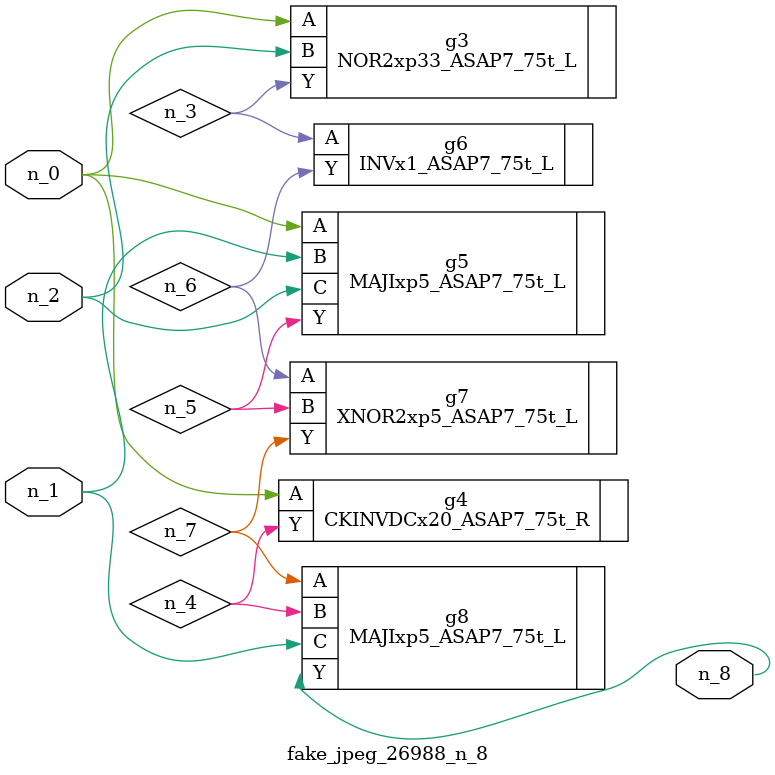
<source format=v>
module fake_jpeg_26988_n_8 (n_0, n_2, n_1, n_8);

input n_0;
input n_2;
input n_1;

output n_8;

wire n_3;
wire n_4;
wire n_6;
wire n_5;
wire n_7;

NOR2xp33_ASAP7_75t_L g3 ( 
.A(n_0),
.B(n_2),
.Y(n_3)
);

CKINVDCx20_ASAP7_75t_R g4 ( 
.A(n_0),
.Y(n_4)
);

MAJIxp5_ASAP7_75t_L g5 ( 
.A(n_0),
.B(n_1),
.C(n_2),
.Y(n_5)
);

INVx1_ASAP7_75t_L g6 ( 
.A(n_3),
.Y(n_6)
);

XNOR2xp5_ASAP7_75t_L g7 ( 
.A(n_6),
.B(n_5),
.Y(n_7)
);

MAJIxp5_ASAP7_75t_L g8 ( 
.A(n_7),
.B(n_4),
.C(n_1),
.Y(n_8)
);


endmodule
</source>
